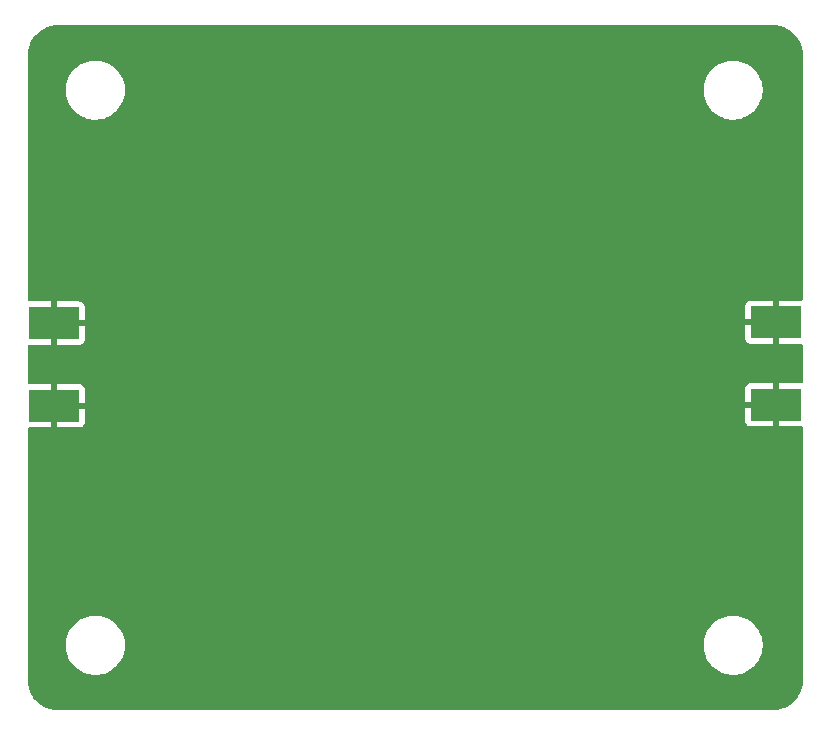
<source format=gbr>
%TF.GenerationSoftware,KiCad,Pcbnew,8.0.6*%
%TF.CreationDate,2025-04-11T13:23:37-07:00*%
%TF.ProjectId,SF_PCB_Rev1-3,53465f50-4342-45f5-9265-76312d332e6b,rev?*%
%TF.SameCoordinates,Original*%
%TF.FileFunction,Copper,L2,Bot*%
%TF.FilePolarity,Positive*%
%FSLAX46Y46*%
G04 Gerber Fmt 4.6, Leading zero omitted, Abs format (unit mm)*
G04 Created by KiCad (PCBNEW 8.0.6) date 2025-04-11 13:23:37*
%MOMM*%
%LPD*%
G01*
G04 APERTURE LIST*
%TA.AperFunction,SMDPad,CuDef*%
%ADD10R,4.191000X2.667000*%
%TD*%
%TA.AperFunction,ViaPad*%
%ADD11C,1.400000*%
%TD*%
G04 APERTURE END LIST*
D10*
%TO.P,J15,4*%
%TO.N,/SMDFilter/GND*%
X240508260Y-52633000D03*
%TO.P,J15,6*%
X240508260Y-45648000D03*
%TD*%
%TO.P,J11,4*%
%TO.N,/SMDFilter/GND*%
X179410000Y-45728000D03*
%TO.P,J11,6*%
X179410000Y-52713000D03*
%TD*%
D11*
%TO.N,/SMDFilter/GND*%
X204281000Y-58780000D03*
X211900000Y-39500000D03*
X211901000Y-58780000D03*
X219521000Y-58780000D03*
X204280000Y-39500000D03*
X208090000Y-39500000D03*
X219520000Y-39500000D03*
X200470000Y-39500000D03*
X208091000Y-58780000D03*
X215711000Y-58780000D03*
X200471000Y-58780000D03*
X215710000Y-39500000D03*
%TD*%
%TA.AperFunction,Conductor*%
%TO.N,/SMDFilter/GND*%
G36*
X240303736Y-20500726D02*
G01*
X240593796Y-20518271D01*
X240608659Y-20520076D01*
X240890798Y-20571780D01*
X240905335Y-20575363D01*
X241179172Y-20660695D01*
X241193163Y-20666000D01*
X241454743Y-20783727D01*
X241467989Y-20790680D01*
X241713465Y-20939075D01*
X241725776Y-20947573D01*
X241951573Y-21124473D01*
X241962781Y-21134403D01*
X242165596Y-21337218D01*
X242175526Y-21348426D01*
X242295481Y-21501538D01*
X242352422Y-21574217D01*
X242360928Y-21586540D01*
X242509316Y-21832004D01*
X242516275Y-21845263D01*
X242633997Y-22106831D01*
X242639306Y-22120832D01*
X242724635Y-22394663D01*
X242728219Y-22409201D01*
X242779923Y-22691340D01*
X242781728Y-22706205D01*
X242799274Y-22996263D01*
X242799500Y-23003750D01*
X242799500Y-43692355D01*
X242779815Y-43759394D01*
X242727011Y-43805149D01*
X242662252Y-43815645D01*
X242651605Y-43814500D01*
X240758260Y-43814500D01*
X240758260Y-47481500D01*
X242651588Y-47481500D01*
X242651601Y-47481499D01*
X242662243Y-47480355D01*
X242731003Y-47492759D01*
X242782141Y-47540369D01*
X242799500Y-47603644D01*
X242799500Y-50677355D01*
X242779815Y-50744394D01*
X242727011Y-50790149D01*
X242662252Y-50800645D01*
X242651605Y-50799500D01*
X240758260Y-50799500D01*
X240758260Y-54466500D01*
X242651588Y-54466500D01*
X242651601Y-54466499D01*
X242662243Y-54465355D01*
X242731003Y-54477759D01*
X242782141Y-54525369D01*
X242799500Y-54588644D01*
X242799500Y-75996249D01*
X242799274Y-76003736D01*
X242781728Y-76293794D01*
X242779923Y-76308659D01*
X242728219Y-76590798D01*
X242724635Y-76605336D01*
X242639306Y-76879167D01*
X242633997Y-76893168D01*
X242516275Y-77154736D01*
X242509316Y-77167995D01*
X242360928Y-77413459D01*
X242352422Y-77425782D01*
X242175526Y-77651573D01*
X242165596Y-77662781D01*
X241962781Y-77865596D01*
X241951573Y-77875526D01*
X241725782Y-78052422D01*
X241713459Y-78060928D01*
X241467995Y-78209316D01*
X241454736Y-78216275D01*
X241193168Y-78333997D01*
X241179167Y-78339306D01*
X240905336Y-78424635D01*
X240890798Y-78428219D01*
X240608659Y-78479923D01*
X240593794Y-78481728D01*
X240303736Y-78499274D01*
X240296249Y-78499500D01*
X179703751Y-78499500D01*
X179696264Y-78499274D01*
X179406205Y-78481728D01*
X179391340Y-78479923D01*
X179109201Y-78428219D01*
X179094663Y-78424635D01*
X178820832Y-78339306D01*
X178806831Y-78333997D01*
X178545263Y-78216275D01*
X178532004Y-78209316D01*
X178286540Y-78060928D01*
X178274217Y-78052422D01*
X178048426Y-77875526D01*
X178037218Y-77865596D01*
X177834403Y-77662781D01*
X177824473Y-77651573D01*
X177647573Y-77425776D01*
X177639075Y-77413465D01*
X177490680Y-77167989D01*
X177483727Y-77154743D01*
X177366000Y-76893163D01*
X177360693Y-76879167D01*
X177275364Y-76605336D01*
X177271780Y-76590798D01*
X177220076Y-76308659D01*
X177218271Y-76293794D01*
X177200726Y-76003736D01*
X177200500Y-75996249D01*
X177200500Y-72859568D01*
X180399500Y-72859568D01*
X180399500Y-73140431D01*
X180430942Y-73419494D01*
X180430945Y-73419512D01*
X180493439Y-73693317D01*
X180493443Y-73693329D01*
X180586200Y-73958411D01*
X180708053Y-74211442D01*
X180708055Y-74211445D01*
X180857477Y-74449248D01*
X181032584Y-74668825D01*
X181231175Y-74867416D01*
X181450752Y-75042523D01*
X181688555Y-75191945D01*
X181941592Y-75313801D01*
X182140680Y-75383465D01*
X182206670Y-75406556D01*
X182206682Y-75406560D01*
X182480491Y-75469055D01*
X182480497Y-75469055D01*
X182480505Y-75469057D01*
X182666547Y-75490018D01*
X182759569Y-75500499D01*
X182759572Y-75500500D01*
X182759575Y-75500500D01*
X183040428Y-75500500D01*
X183040429Y-75500499D01*
X183183055Y-75484429D01*
X183319494Y-75469057D01*
X183319499Y-75469056D01*
X183319509Y-75469055D01*
X183593318Y-75406560D01*
X183858408Y-75313801D01*
X184111445Y-75191945D01*
X184349248Y-75042523D01*
X184568825Y-74867416D01*
X184767416Y-74668825D01*
X184942523Y-74449248D01*
X185091945Y-74211445D01*
X185213801Y-73958408D01*
X185306560Y-73693318D01*
X185369055Y-73419509D01*
X185400500Y-73140425D01*
X185400500Y-72859575D01*
X185400499Y-72859568D01*
X234399500Y-72859568D01*
X234399500Y-73140431D01*
X234430942Y-73419494D01*
X234430945Y-73419512D01*
X234493439Y-73693317D01*
X234493443Y-73693329D01*
X234586200Y-73958411D01*
X234708053Y-74211442D01*
X234708055Y-74211445D01*
X234857477Y-74449248D01*
X235032584Y-74668825D01*
X235231175Y-74867416D01*
X235450752Y-75042523D01*
X235688555Y-75191945D01*
X235941592Y-75313801D01*
X236140680Y-75383465D01*
X236206670Y-75406556D01*
X236206682Y-75406560D01*
X236480491Y-75469055D01*
X236480497Y-75469055D01*
X236480505Y-75469057D01*
X236666547Y-75490018D01*
X236759569Y-75500499D01*
X236759572Y-75500500D01*
X236759575Y-75500500D01*
X237040428Y-75500500D01*
X237040429Y-75500499D01*
X237183055Y-75484429D01*
X237319494Y-75469057D01*
X237319499Y-75469056D01*
X237319509Y-75469055D01*
X237593318Y-75406560D01*
X237858408Y-75313801D01*
X238111445Y-75191945D01*
X238349248Y-75042523D01*
X238568825Y-74867416D01*
X238767416Y-74668825D01*
X238942523Y-74449248D01*
X239091945Y-74211445D01*
X239213801Y-73958408D01*
X239306560Y-73693318D01*
X239369055Y-73419509D01*
X239400500Y-73140425D01*
X239400500Y-72859575D01*
X239369055Y-72580491D01*
X239306560Y-72306682D01*
X239213801Y-72041592D01*
X239091945Y-71788555D01*
X238942523Y-71550752D01*
X238767416Y-71331175D01*
X238568825Y-71132584D01*
X238349248Y-70957477D01*
X238111445Y-70808055D01*
X238111442Y-70808053D01*
X237858411Y-70686200D01*
X237593329Y-70593443D01*
X237593317Y-70593439D01*
X237319512Y-70530945D01*
X237319494Y-70530942D01*
X237040431Y-70499500D01*
X237040425Y-70499500D01*
X236759575Y-70499500D01*
X236759568Y-70499500D01*
X236480505Y-70530942D01*
X236480487Y-70530945D01*
X236206682Y-70593439D01*
X236206670Y-70593443D01*
X235941588Y-70686200D01*
X235688557Y-70808053D01*
X235450753Y-70957476D01*
X235231175Y-71132583D01*
X235032583Y-71331175D01*
X234857476Y-71550753D01*
X234708053Y-71788557D01*
X234586200Y-72041588D01*
X234493443Y-72306670D01*
X234493439Y-72306682D01*
X234430945Y-72580487D01*
X234430942Y-72580505D01*
X234399500Y-72859568D01*
X185400499Y-72859568D01*
X185369055Y-72580491D01*
X185306560Y-72306682D01*
X185213801Y-72041592D01*
X185091945Y-71788555D01*
X184942523Y-71550752D01*
X184767416Y-71331175D01*
X184568825Y-71132584D01*
X184349248Y-70957477D01*
X184111445Y-70808055D01*
X184111442Y-70808053D01*
X183858411Y-70686200D01*
X183593329Y-70593443D01*
X183593317Y-70593439D01*
X183319512Y-70530945D01*
X183319494Y-70530942D01*
X183040431Y-70499500D01*
X183040425Y-70499500D01*
X182759575Y-70499500D01*
X182759568Y-70499500D01*
X182480505Y-70530942D01*
X182480487Y-70530945D01*
X182206682Y-70593439D01*
X182206670Y-70593443D01*
X181941588Y-70686200D01*
X181688557Y-70808053D01*
X181450753Y-70957476D01*
X181231175Y-71132583D01*
X181032583Y-71331175D01*
X180857476Y-71550753D01*
X180708053Y-71788557D01*
X180586200Y-72041588D01*
X180493443Y-72306670D01*
X180493439Y-72306682D01*
X180430945Y-72580487D01*
X180430942Y-72580505D01*
X180399500Y-72859568D01*
X177200500Y-72859568D01*
X177200500Y-54670500D01*
X177220185Y-54603461D01*
X177272989Y-54557706D01*
X177324500Y-54546500D01*
X179160000Y-54546500D01*
X179660000Y-54546500D01*
X181553328Y-54546500D01*
X181553344Y-54546499D01*
X181612872Y-54540098D01*
X181612879Y-54540096D01*
X181747586Y-54489854D01*
X181747593Y-54489850D01*
X181862687Y-54403690D01*
X181862690Y-54403687D01*
X181948850Y-54288593D01*
X181948854Y-54288586D01*
X181999096Y-54153879D01*
X181999098Y-54153872D01*
X182005499Y-54094344D01*
X182005500Y-54094327D01*
X182005500Y-54014344D01*
X237912760Y-54014344D01*
X237919161Y-54073872D01*
X237919163Y-54073879D01*
X237969405Y-54208586D01*
X237969409Y-54208593D01*
X238055569Y-54323687D01*
X238055572Y-54323690D01*
X238170666Y-54409850D01*
X238170673Y-54409854D01*
X238305380Y-54460096D01*
X238305387Y-54460098D01*
X238364915Y-54466499D01*
X238364932Y-54466500D01*
X240258260Y-54466500D01*
X240258260Y-52883000D01*
X237912760Y-52883000D01*
X237912760Y-54014344D01*
X182005500Y-54014344D01*
X182005500Y-52963000D01*
X179660000Y-52963000D01*
X179660000Y-54546500D01*
X179160000Y-54546500D01*
X179160000Y-52463000D01*
X179660000Y-52463000D01*
X182005500Y-52463000D01*
X182005500Y-51331672D01*
X182005499Y-51331655D01*
X181999098Y-51272127D01*
X181999096Y-51272120D01*
X181991463Y-51251655D01*
X237912760Y-51251655D01*
X237912760Y-52383000D01*
X240258260Y-52383000D01*
X240258260Y-50799500D01*
X238364915Y-50799500D01*
X238305387Y-50805901D01*
X238305380Y-50805903D01*
X238170673Y-50856145D01*
X238170666Y-50856149D01*
X238055572Y-50942309D01*
X238055569Y-50942312D01*
X237969409Y-51057406D01*
X237969405Y-51057413D01*
X237919163Y-51192120D01*
X237919161Y-51192127D01*
X237912760Y-51251655D01*
X181991463Y-51251655D01*
X181948854Y-51137413D01*
X181948850Y-51137406D01*
X181862690Y-51022312D01*
X181862687Y-51022309D01*
X181747593Y-50936149D01*
X181747586Y-50936145D01*
X181612879Y-50885903D01*
X181612872Y-50885901D01*
X181553344Y-50879500D01*
X179660000Y-50879500D01*
X179660000Y-52463000D01*
X179160000Y-52463000D01*
X179160000Y-50879500D01*
X177324500Y-50879500D01*
X177257461Y-50859815D01*
X177211706Y-50807011D01*
X177200500Y-50755500D01*
X177200500Y-47685500D01*
X177220185Y-47618461D01*
X177272989Y-47572706D01*
X177324500Y-47561500D01*
X179160000Y-47561500D01*
X179660000Y-47561500D01*
X181553328Y-47561500D01*
X181553344Y-47561499D01*
X181612872Y-47555098D01*
X181612879Y-47555096D01*
X181747586Y-47504854D01*
X181747593Y-47504850D01*
X181862687Y-47418690D01*
X181862690Y-47418687D01*
X181948850Y-47303593D01*
X181948854Y-47303586D01*
X181999096Y-47168879D01*
X181999098Y-47168872D01*
X182005499Y-47109344D01*
X182005500Y-47109327D01*
X182005500Y-47029344D01*
X237912760Y-47029344D01*
X237919161Y-47088872D01*
X237919163Y-47088879D01*
X237969405Y-47223586D01*
X237969409Y-47223593D01*
X238055569Y-47338687D01*
X238055572Y-47338690D01*
X238170666Y-47424850D01*
X238170673Y-47424854D01*
X238305380Y-47475096D01*
X238305387Y-47475098D01*
X238364915Y-47481499D01*
X238364932Y-47481500D01*
X240258260Y-47481500D01*
X240258260Y-45898000D01*
X237912760Y-45898000D01*
X237912760Y-47029344D01*
X182005500Y-47029344D01*
X182005500Y-45978000D01*
X179660000Y-45978000D01*
X179660000Y-47561500D01*
X179160000Y-47561500D01*
X179160000Y-45478000D01*
X179660000Y-45478000D01*
X182005500Y-45478000D01*
X182005500Y-44346672D01*
X182005499Y-44346655D01*
X181999098Y-44287127D01*
X181999096Y-44287120D01*
X181991463Y-44266655D01*
X237912760Y-44266655D01*
X237912760Y-45398000D01*
X240258260Y-45398000D01*
X240258260Y-43814500D01*
X238364915Y-43814500D01*
X238305387Y-43820901D01*
X238305380Y-43820903D01*
X238170673Y-43871145D01*
X238170666Y-43871149D01*
X238055572Y-43957309D01*
X238055569Y-43957312D01*
X237969409Y-44072406D01*
X237969405Y-44072413D01*
X237919163Y-44207120D01*
X237919161Y-44207127D01*
X237912760Y-44266655D01*
X181991463Y-44266655D01*
X181948854Y-44152413D01*
X181948850Y-44152406D01*
X181862690Y-44037312D01*
X181862687Y-44037309D01*
X181747593Y-43951149D01*
X181747586Y-43951145D01*
X181612879Y-43900903D01*
X181612872Y-43900901D01*
X181553344Y-43894500D01*
X179660000Y-43894500D01*
X179660000Y-45478000D01*
X179160000Y-45478000D01*
X179160000Y-43894500D01*
X177324500Y-43894500D01*
X177257461Y-43874815D01*
X177211706Y-43822011D01*
X177200500Y-43770500D01*
X177200500Y-25859568D01*
X180399500Y-25859568D01*
X180399500Y-26140431D01*
X180430942Y-26419494D01*
X180430945Y-26419512D01*
X180493439Y-26693317D01*
X180493443Y-26693329D01*
X180586200Y-26958411D01*
X180708053Y-27211442D01*
X180708055Y-27211445D01*
X180857477Y-27449248D01*
X181032584Y-27668825D01*
X181231175Y-27867416D01*
X181450752Y-28042523D01*
X181688555Y-28191945D01*
X181941592Y-28313801D01*
X182140680Y-28383465D01*
X182206670Y-28406556D01*
X182206682Y-28406560D01*
X182480491Y-28469055D01*
X182480497Y-28469055D01*
X182480505Y-28469057D01*
X182666547Y-28490018D01*
X182759569Y-28500499D01*
X182759572Y-28500500D01*
X182759575Y-28500500D01*
X183040428Y-28500500D01*
X183040429Y-28500499D01*
X183183055Y-28484429D01*
X183319494Y-28469057D01*
X183319499Y-28469056D01*
X183319509Y-28469055D01*
X183593318Y-28406560D01*
X183858408Y-28313801D01*
X184111445Y-28191945D01*
X184349248Y-28042523D01*
X184568825Y-27867416D01*
X184767416Y-27668825D01*
X184942523Y-27449248D01*
X185091945Y-27211445D01*
X185213801Y-26958408D01*
X185306560Y-26693318D01*
X185369055Y-26419509D01*
X185400500Y-26140425D01*
X185400500Y-25859575D01*
X185400499Y-25859568D01*
X234399500Y-25859568D01*
X234399500Y-26140431D01*
X234430942Y-26419494D01*
X234430945Y-26419512D01*
X234493439Y-26693317D01*
X234493443Y-26693329D01*
X234586200Y-26958411D01*
X234708053Y-27211442D01*
X234708055Y-27211445D01*
X234857477Y-27449248D01*
X235032584Y-27668825D01*
X235231175Y-27867416D01*
X235450752Y-28042523D01*
X235688555Y-28191945D01*
X235941592Y-28313801D01*
X236140680Y-28383465D01*
X236206670Y-28406556D01*
X236206682Y-28406560D01*
X236480491Y-28469055D01*
X236480497Y-28469055D01*
X236480505Y-28469057D01*
X236666547Y-28490018D01*
X236759569Y-28500499D01*
X236759572Y-28500500D01*
X236759575Y-28500500D01*
X237040428Y-28500500D01*
X237040429Y-28500499D01*
X237183055Y-28484429D01*
X237319494Y-28469057D01*
X237319499Y-28469056D01*
X237319509Y-28469055D01*
X237593318Y-28406560D01*
X237858408Y-28313801D01*
X238111445Y-28191945D01*
X238349248Y-28042523D01*
X238568825Y-27867416D01*
X238767416Y-27668825D01*
X238942523Y-27449248D01*
X239091945Y-27211445D01*
X239213801Y-26958408D01*
X239306560Y-26693318D01*
X239369055Y-26419509D01*
X239400500Y-26140425D01*
X239400500Y-25859575D01*
X239369055Y-25580491D01*
X239306560Y-25306682D01*
X239213801Y-25041592D01*
X239091945Y-24788555D01*
X238942523Y-24550752D01*
X238767416Y-24331175D01*
X238568825Y-24132584D01*
X238349248Y-23957477D01*
X238111445Y-23808055D01*
X238111442Y-23808053D01*
X237858411Y-23686200D01*
X237593329Y-23593443D01*
X237593317Y-23593439D01*
X237319512Y-23530945D01*
X237319494Y-23530942D01*
X237040431Y-23499500D01*
X237040425Y-23499500D01*
X236759575Y-23499500D01*
X236759568Y-23499500D01*
X236480505Y-23530942D01*
X236480487Y-23530945D01*
X236206682Y-23593439D01*
X236206670Y-23593443D01*
X235941588Y-23686200D01*
X235688557Y-23808053D01*
X235450753Y-23957476D01*
X235231175Y-24132583D01*
X235032583Y-24331175D01*
X234857476Y-24550753D01*
X234708053Y-24788557D01*
X234586200Y-25041588D01*
X234493443Y-25306670D01*
X234493439Y-25306682D01*
X234430945Y-25580487D01*
X234430942Y-25580505D01*
X234399500Y-25859568D01*
X185400499Y-25859568D01*
X185369055Y-25580491D01*
X185306560Y-25306682D01*
X185213801Y-25041592D01*
X185091945Y-24788555D01*
X184942523Y-24550752D01*
X184767416Y-24331175D01*
X184568825Y-24132584D01*
X184349248Y-23957477D01*
X184111445Y-23808055D01*
X184111442Y-23808053D01*
X183858411Y-23686200D01*
X183593329Y-23593443D01*
X183593317Y-23593439D01*
X183319512Y-23530945D01*
X183319494Y-23530942D01*
X183040431Y-23499500D01*
X183040425Y-23499500D01*
X182759575Y-23499500D01*
X182759568Y-23499500D01*
X182480505Y-23530942D01*
X182480487Y-23530945D01*
X182206682Y-23593439D01*
X182206670Y-23593443D01*
X181941588Y-23686200D01*
X181688557Y-23808053D01*
X181450753Y-23957476D01*
X181231175Y-24132583D01*
X181032583Y-24331175D01*
X180857476Y-24550753D01*
X180708053Y-24788557D01*
X180586200Y-25041588D01*
X180493443Y-25306670D01*
X180493439Y-25306682D01*
X180430945Y-25580487D01*
X180430942Y-25580505D01*
X180399500Y-25859568D01*
X177200500Y-25859568D01*
X177200500Y-23003750D01*
X177200726Y-22996263D01*
X177218271Y-22706205D01*
X177220076Y-22691340D01*
X177271780Y-22409201D01*
X177275364Y-22394663D01*
X177352096Y-22148422D01*
X177360696Y-22120822D01*
X177365998Y-22106841D01*
X177483731Y-21845249D01*
X177490676Y-21832016D01*
X177639080Y-21586526D01*
X177647567Y-21574230D01*
X177824480Y-21348417D01*
X177834395Y-21337226D01*
X178037226Y-21134395D01*
X178048417Y-21124480D01*
X178274230Y-20947567D01*
X178286526Y-20939080D01*
X178532016Y-20790676D01*
X178545249Y-20783731D01*
X178806841Y-20665998D01*
X178820822Y-20660696D01*
X179094668Y-20575362D01*
X179109197Y-20571780D01*
X179391344Y-20520075D01*
X179406201Y-20518271D01*
X179696264Y-20500726D01*
X179703751Y-20500500D01*
X179765892Y-20500500D01*
X240234108Y-20500500D01*
X240296249Y-20500500D01*
X240303736Y-20500726D01*
G37*
%TD.AperFunction*%
%TD*%
M02*

</source>
